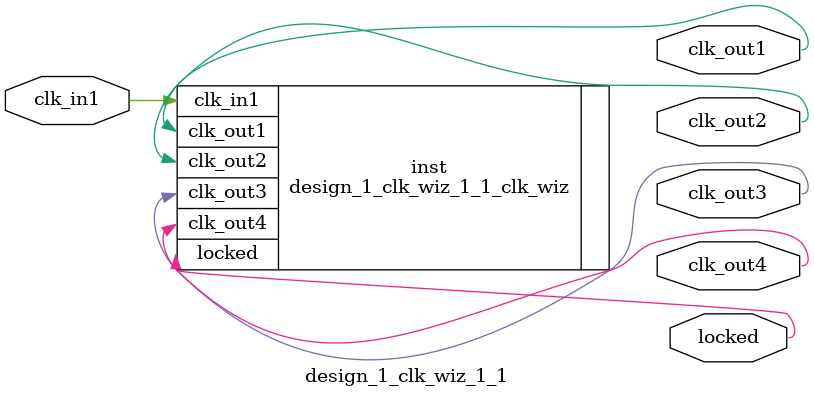
<source format=v>


`timescale 1ps/1ps

(* CORE_GENERATION_INFO = "design_1_clk_wiz_1_1,clk_wiz_v6_0_3_0_0,{component_name=design_1_clk_wiz_1_1,use_phase_alignment=true,use_min_o_jitter=false,use_max_i_jitter=false,use_dyn_phase_shift=false,use_inclk_switchover=false,use_dyn_reconfig=false,enable_axi=0,feedback_source=FDBK_AUTO,PRIMITIVE=MMCM,num_out_clk=4,clkin1_period=10.000,clkin2_period=10.000,use_power_down=false,use_reset=false,use_locked=true,use_inclk_stopped=false,feedback_type=SINGLE,CLOCK_MGR_TYPE=NA,manual_override=false}" *)

module design_1_clk_wiz_1_1 
 (
  // Clock out ports
  output        clk_out1,
  output        clk_out2,
  output        clk_out3,
  output        clk_out4,
  // Status and control signals
  output        locked,
 // Clock in ports
  input         clk_in1
 );

  design_1_clk_wiz_1_1_clk_wiz inst
  (
  // Clock out ports  
  .clk_out1(clk_out1),
  .clk_out2(clk_out2),
  .clk_out3(clk_out3),
  .clk_out4(clk_out4),
  // Status and control signals               
  .locked(locked),
 // Clock in ports
  .clk_in1(clk_in1)
  );

endmodule

</source>
